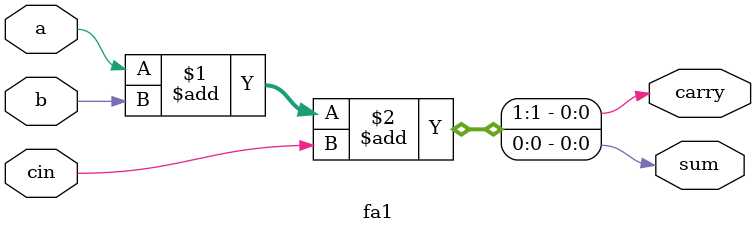
<source format=v>
module fa1(input a,b,cin,output sum,carry);
  assign {carry,sum}=a+b+cin;
endmodule

</source>
